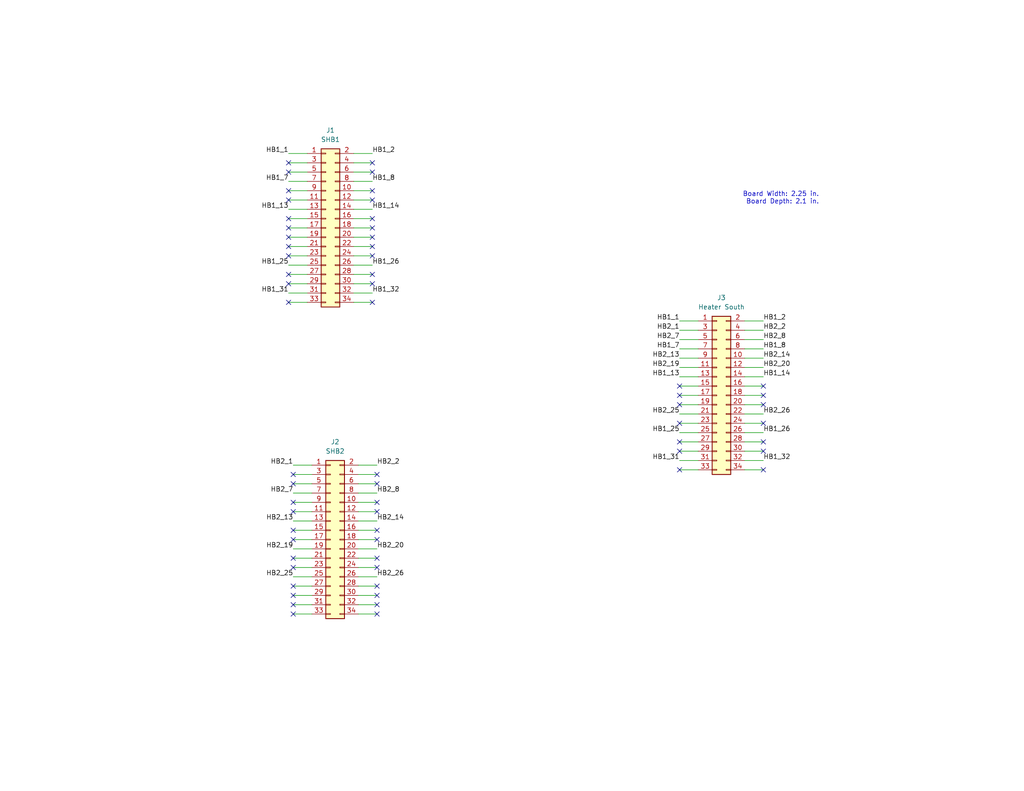
<source format=kicad_sch>
(kicad_sch (version 20230121) (generator eeschema)
  (paper "USLetter")
  (title_block (title "Heater Pass Through North") (rev "A") (company "The Ohio State University"))
  (lib_symbols
    (symbol "Connector_Generic:Conn_02x17_Odd_Even" (pin_names (offset 1.016) hide)
      (property "Reference" "J" (at 1.27 22.86 0))
      (property "Value" "Conn_02x17_Odd_Even" (at 1.27 -22.86 0))
      (symbol "Conn_02x17_Odd_Even_1_1"
        (rectangle (start -1.27 -20.193) (end 0 -20.447) (stroke (width 0.1524)))
        (rectangle (start -1.27 -17.653) (end 0 -17.907) (stroke (width 0.1524)))
        (rectangle (start -1.27 -15.113) (end 0 -15.367) (stroke (width 0.1524)))
        (rectangle (start -1.27 -12.573) (end 0 -12.827) (stroke (width 0.1524)))
        (rectangle (start -1.27 -10.033) (end 0 -10.287) (stroke (width 0.1524)))
        (rectangle (start -1.27 -7.493) (end 0 -7.747) (stroke (width 0.1524)))
        (rectangle (start -1.27 -4.953) (end 0 -5.207) (stroke (width 0.1524)))
        (rectangle (start -1.27 -2.413) (end 0 -2.667) (stroke (width 0.1524)))
        (rectangle (start -1.27 0.127) (end 0 -0.127) (stroke (width 0.1524)))
        (rectangle (start -1.27 2.667) (end 0 2.413) (stroke (width 0.1524)))
        (rectangle (start -1.27 5.207) (end 0 4.953) (stroke (width 0.1524)))
        (rectangle (start -1.27 7.747) (end 0 7.493) (stroke (width 0.1524)))
        (rectangle (start -1.27 10.287) (end 0 10.033) (stroke (width 0.1524)))
        (rectangle (start -1.27 12.827) (end 0 12.573) (stroke (width 0.1524)))
        (rectangle (start -1.27 15.367) (end 0 15.113) (stroke (width 0.1524)))
        (rectangle (start -1.27 17.907) (end 0 17.653) (stroke (width 0.1524)))
        (rectangle (start -1.27 20.447) (end 0 20.193) (stroke (width 0.1524)))
        (rectangle (start -1.27 21.59) (end 3.81 -21.59) (stroke (width 0.254)) (fill (type background)))
        (rectangle (start 3.81 -20.193) (end 2.54 -20.447) (stroke (width 0.1524)))
        (rectangle (start 3.81 -17.653) (end 2.54 -17.907) (stroke (width 0.1524)))
        (rectangle (start 3.81 -15.113) (end 2.54 -15.367) (stroke (width 0.1524)))
        (rectangle (start 3.81 -12.573) (end 2.54 -12.827) (stroke (width 0.1524)))
        (rectangle (start 3.81 -10.033) (end 2.54 -10.287) (stroke (width 0.1524)))
        (rectangle (start 3.81 -7.493) (end 2.54 -7.747) (stroke (width 0.1524)))
        (rectangle (start 3.81 -4.953) (end 2.54 -5.207) (stroke (width 0.1524)))
        (rectangle (start 3.81 -2.413) (end 2.54 -2.667) (stroke (width 0.1524)))
        (rectangle (start 3.81 0.127) (end 2.54 -0.127) (stroke (width 0.1524)))
        (rectangle (start 3.81 2.667) (end 2.54 2.413) (stroke (width 0.1524)))
        (rectangle (start 3.81 5.207) (end 2.54 4.953) (stroke (width 0.1524)))
        (rectangle (start 3.81 7.747) (end 2.54 7.493) (stroke (width 0.1524)))
        (rectangle (start 3.81 10.287) (end 2.54 10.033) (stroke (width 0.1524)))
        (rectangle (start 3.81 12.827) (end 2.54 12.573) (stroke (width 0.1524)))
        (rectangle (start 3.81 15.367) (end 2.54 15.113) (stroke (width 0.1524)))
        (rectangle (start 3.81 17.907) (end 2.54 17.653) (stroke (width 0.1524)))
        (rectangle (start 3.81 20.447) (end 2.54 20.193) (stroke (width 0.1524)))
        (pin passive line (at -5.08 20.32 0) (length 3.81) (name "Pin_1") (number "1"))
        (pin passive line (at 7.62 10.16 180) (length 3.81) (name "Pin_10") (number "10"))
        (pin passive line (at -5.08 7.62 0) (length 3.81) (name "Pin_11") (number "11"))
        (pin passive line (at 7.62 7.62 180) (length 3.81) (name "Pin_12") (number "12"))
        (pin passive line (at -5.08 5.08 0) (length 3.81) (name "Pin_13") (number "13"))
        (pin passive line (at 7.62 5.08 180) (length 3.81) (name "Pin_14") (number "14"))
        (pin passive line (at -5.08 2.54 0) (length 3.81) (name "Pin_15") (number "15"))
        (pin passive line (at 7.62 2.54 180) (length 3.81) (name "Pin_16") (number "16"))
        (pin passive line (at -5.08 0 0) (length 3.81) (name "Pin_17") (number "17"))
        (pin passive line (at 7.62 0 180) (length 3.81) (name "Pin_18") (number "18"))
        (pin passive line (at -5.08 -2.54 0) (length 3.81) (name "Pin_19") (number "19"))
        (pin passive line (at 7.62 20.32 180) (length 3.81) (name "Pin_2") (number "2"))
        (pin passive line (at 7.62 -2.54 180) (length 3.81) (name "Pin_20") (number "20"))
        (pin passive line (at -5.08 -5.08 0) (length 3.81) (name "Pin_21") (number "21"))
        (pin passive line (at 7.62 -5.08 180) (length 3.81) (name "Pin_22") (number "22"))
        (pin passive line (at -5.08 -7.62 0) (length 3.81) (name "Pin_23") (number "23"))
        (pin passive line (at 7.62 -7.62 180) (length 3.81) (name "Pin_24") (number "24"))
        (pin passive line (at -5.08 -10.16 0) (length 3.81) (name "Pin_25") (number "25"))
        (pin passive line (at 7.62 -10.16 180) (length 3.81) (name "Pin_26") (number "26"))
        (pin passive line (at -5.08 -12.7 0) (length 3.81) (name "Pin_27") (number "27"))
        (pin passive line (at 7.62 -12.7 180) (length 3.81) (name "Pin_28") (number "28"))
        (pin passive line (at -5.08 -15.24 0) (length 3.81) (name "Pin_29") (number "29"))
        (pin passive line (at -5.08 17.78 0) (length 3.81) (name "Pin_3") (number "3"))
        (pin passive line (at 7.62 -15.24 180) (length 3.81) (name "Pin_30") (number "30"))
        (pin passive line (at -5.08 -17.78 0) (length 3.81) (name "Pin_31") (number "31"))
        (pin passive line (at 7.62 -17.78 180) (length 3.81) (name "Pin_32") (number "32"))
        (pin passive line (at -5.08 -20.32 0) (length 3.81) (name "Pin_33") (number "33"))
        (pin passive line (at 7.62 -20.32 180) (length 3.81) (name "Pin_34") (number "34"))
        (pin passive line (at 7.62 17.78 180) (length 3.81) (name "Pin_4") (number "4"))
        (pin passive line (at -5.08 15.24 0) (length 3.81) (name "Pin_5") (number "5"))
        (pin passive line (at 7.62 15.24 180) (length 3.81) (name "Pin_6") (number "6"))
        (pin passive line (at -5.08 12.7 0) (length 3.81) (name "Pin_7") (number "7"))
        (pin passive line (at 7.62 12.7 180) (length 3.81) (name "Pin_8") (number "8"))
        (pin passive line (at -5.08 10.16 0) (length 3.81) (name "Pin_9") (number "9"))
      )
    )
  )
  (no_connect (at 101.6 77.47))
  (no_connect (at 78.74 69.85))
  (no_connect (at 78.74 52.07))
  (no_connect (at 101.6 44.45))
  (no_connect (at 101.6 46.99))
  (no_connect (at 78.74 44.45))
  (no_connect (at 78.74 46.99))
  (no_connect (at 101.6 52.07))
  (no_connect (at 101.6 54.61))
  (no_connect (at 78.74 54.61))
  (no_connect (at 101.6 64.77))
  (no_connect (at 185.42 105.41))
  (no_connect (at 80.01 132.08))
  (no_connect (at 102.87 129.54))
  (no_connect (at 102.87 132.08))
  (no_connect (at 80.01 137.16))
  (no_connect (at 80.01 139.7))
  (no_connect (at 102.87 147.32))
  (no_connect (at 102.87 139.7))
  (no_connect (at 102.87 144.78))
  (no_connect (at 80.01 144.78))
  (no_connect (at 80.01 147.32))
  (no_connect (at 80.01 129.54))
  (no_connect (at 102.87 137.16))
  (no_connect (at 80.01 160.02))
  (no_connect (at 80.01 162.56))
  (no_connect (at 80.01 152.4))
  (no_connect (at 80.01 154.94))
  (no_connect (at 78.74 64.77))
  (no_connect (at 78.74 77.47))
  (no_connect (at 185.42 115.57))
  (no_connect (at 78.74 67.31))
  (no_connect (at 208.28 107.95))
  (no_connect (at 101.6 74.93))
  (no_connect (at 78.74 82.55))
  (no_connect (at 208.28 120.65))
  (no_connect (at 185.42 123.19))
  (no_connect (at 78.74 62.23))
  (no_connect (at 101.6 82.55))
  (no_connect (at 185.42 107.95))
  (no_connect (at 208.28 110.49))
  (no_connect (at 208.28 123.19))
  (no_connect (at 101.6 62.23))
  (no_connect (at 185.42 110.49))
  (no_connect (at 101.6 59.69))
  (no_connect (at 102.87 167.64))
  (no_connect (at 102.87 165.1))
  (no_connect (at 102.87 154.94))
  (no_connect (at 102.87 152.4))
  (no_connect (at 102.87 162.56))
  (no_connect (at 102.87 160.02))
  (no_connect (at 80.01 165.1))
  (no_connect (at 80.01 167.64))
  (no_connect (at 208.28 128.27))
  (no_connect (at 208.28 105.41))
  (no_connect (at 101.6 67.31))
  (no_connect (at 185.42 120.65))
  (no_connect (at 78.74 59.69))
  (no_connect (at 101.6 69.85))
  (no_connect (at 78.74 74.93))
  (no_connect (at 185.42 128.27))
  (no_connect (at 208.28 115.57))
  (wire (pts (xy 80.01 152.4) (xy 85.09 152.4)))
  (wire (pts (xy 185.42 125.73) (xy 190.5 125.73)))
  (wire (pts (xy 203.2 87.63) (xy 208.28 87.63)))
  (wire (pts (xy 80.01 142.24) (xy 85.09 142.24)))
  (wire (pts (xy 80.01 139.7) (xy 85.09 139.7)))
  (wire (pts (xy 185.42 90.17) (xy 190.5 90.17)))
  (wire (pts (xy 80.01 134.62) (xy 85.09 134.62)))
  (wire (pts (xy 80.01 157.48) (xy 85.09 157.48)))
  (wire (pts (xy 97.79 154.94) (xy 102.87 154.94)))
  (wire (pts (xy 96.52 69.85) (xy 101.6 69.85)))
  (wire (pts (xy 97.79 132.08) (xy 102.87 132.08)))
  (wire (pts (xy 185.42 95.25) (xy 190.5 95.25)))
  (wire (pts (xy 78.74 46.99) (xy 83.82 46.99)))
  (wire (pts (xy 80.01 137.16) (xy 85.09 137.16)))
  (wire (pts (xy 80.01 129.54) (xy 85.09 129.54)))
  (wire (pts (xy 78.74 74.93) (xy 83.82 74.93)))
  (wire (pts (xy 78.74 67.31) (xy 83.82 67.31)))
  (wire (pts (xy 185.42 118.11) (xy 190.5 118.11)))
  (wire (pts (xy 78.74 59.69) (xy 83.82 59.69)))
  (wire (pts (xy 203.2 105.41) (xy 208.28 105.41)))
  (wire (pts (xy 185.42 107.95) (xy 190.5 107.95)))
  (wire (pts (xy 80.01 154.94) (xy 85.09 154.94)))
  (wire (pts (xy 80.01 127) (xy 85.09 127)))
  (wire (pts (xy 185.42 105.41) (xy 190.5 105.41)))
  (wire (pts (xy 203.2 123.19) (xy 208.28 123.19)))
  (wire (pts (xy 97.79 134.62) (xy 102.87 134.62)))
  (wire (pts (xy 96.52 54.61) (xy 101.6 54.61)))
  (wire (pts (xy 203.2 102.87) (xy 208.28 102.87)))
  (wire (pts (xy 185.42 115.57) (xy 190.5 115.57)))
  (wire (pts (xy 203.2 115.57) (xy 208.28 115.57)))
  (wire (pts (xy 96.52 72.39) (xy 101.6 72.39)))
  (wire (pts (xy 203.2 97.79) (xy 208.28 97.79)))
  (wire (pts (xy 203.2 113.03) (xy 208.28 113.03)))
  (wire (pts (xy 78.74 82.55) (xy 83.82 82.55)))
  (wire (pts (xy 96.52 49.53) (xy 101.6 49.53)))
  (wire (pts (xy 96.52 44.45) (xy 101.6 44.45)))
  (wire (pts (xy 185.42 102.87) (xy 190.5 102.87)))
  (wire (pts (xy 78.74 77.47) (xy 83.82 77.47)))
  (wire (pts (xy 203.2 90.17) (xy 208.28 90.17)))
  (wire (pts (xy 78.74 62.23) (xy 83.82 62.23)))
  (wire (pts (xy 185.42 100.33) (xy 190.5 100.33)))
  (wire (pts (xy 80.01 160.02) (xy 85.09 160.02)))
  (wire (pts (xy 96.52 62.23) (xy 101.6 62.23)))
  (wire (pts (xy 185.42 113.03) (xy 190.5 113.03)))
  (wire (pts (xy 80.01 162.56) (xy 85.09 162.56)))
  (wire (pts (xy 97.79 165.1) (xy 102.87 165.1)))
  (wire (pts (xy 96.52 74.93) (xy 101.6 74.93)))
  (wire (pts (xy 96.52 77.47) (xy 101.6 77.47)))
  (wire (pts (xy 78.74 57.15) (xy 83.82 57.15)))
  (wire (pts (xy 97.79 144.78) (xy 102.87 144.78)))
  (wire (pts (xy 78.74 49.53) (xy 83.82 49.53)))
  (wire (pts (xy 96.52 80.01) (xy 101.6 80.01)))
  (wire (pts (xy 78.74 52.07) (xy 83.82 52.07)))
  (wire (pts (xy 203.2 110.49) (xy 208.28 110.49)))
  (wire (pts (xy 97.79 137.16) (xy 102.87 137.16)))
  (wire (pts (xy 78.74 54.61) (xy 83.82 54.61)))
  (wire (pts (xy 80.01 149.86) (xy 85.09 149.86)))
  (wire (pts (xy 80.01 165.1) (xy 85.09 165.1)))
  (wire (pts (xy 97.79 139.7) (xy 102.87 139.7)))
  (wire (pts (xy 78.74 44.45) (xy 83.82 44.45)))
  (wire (pts (xy 78.74 72.39) (xy 83.82 72.39)))
  (wire (pts (xy 97.79 160.02) (xy 102.87 160.02)))
  (wire (pts (xy 203.2 92.71) (xy 208.28 92.71)))
  (wire (pts (xy 78.74 80.01) (xy 83.82 80.01)))
  (wire (pts (xy 97.79 142.24) (xy 102.87 142.24)))
  (wire (pts (xy 96.52 41.91) (xy 101.6 41.91)))
  (wire (pts (xy 80.01 132.08) (xy 85.09 132.08)))
  (wire (pts (xy 203.2 120.65) (xy 208.28 120.65)))
  (wire (pts (xy 203.2 95.25) (xy 208.28 95.25)))
  (wire (pts (xy 185.42 97.79) (xy 190.5 97.79)))
  (wire (pts (xy 78.74 64.77) (xy 83.82 64.77)))
  (wire (pts (xy 80.01 167.64) (xy 85.09 167.64)))
  (wire (pts (xy 185.42 120.65) (xy 190.5 120.65)))
  (wire (pts (xy 97.79 152.4) (xy 102.87 152.4)))
  (wire (pts (xy 185.42 123.19) (xy 190.5 123.19)))
  (wire (pts (xy 96.52 46.99) (xy 101.6 46.99)))
  (wire (pts (xy 203.2 118.11) (xy 208.28 118.11)))
  (wire (pts (xy 78.74 41.91) (xy 83.82 41.91)))
  (wire (pts (xy 97.79 149.86) (xy 102.87 149.86)))
  (wire (pts (xy 203.2 107.95) (xy 208.28 107.95)))
  (wire (pts (xy 97.79 147.32) (xy 102.87 147.32)))
  (wire (pts (xy 80.01 144.78) (xy 85.09 144.78)))
  (wire (pts (xy 185.42 92.71) (xy 190.5 92.71)))
  (wire (pts (xy 96.52 82.55) (xy 101.6 82.55)))
  (wire (pts (xy 185.42 110.49) (xy 190.5 110.49)))
  (wire (pts (xy 203.2 128.27) (xy 208.28 128.27)))
  (wire (pts (xy 97.79 157.48) (xy 102.87 157.48)))
  (wire (pts (xy 203.2 125.73) (xy 208.28 125.73)))
  (wire (pts (xy 203.2 100.33) (xy 208.28 100.33)))
  (wire (pts (xy 96.52 67.31) (xy 101.6 67.31)))
  (wire (pts (xy 96.52 57.15) (xy 101.6 57.15)))
  (wire (pts (xy 97.79 127) (xy 102.87 127)))
  (wire (pts (xy 96.52 64.77) (xy 101.6 64.77)))
  (wire (pts (xy 185.42 128.27) (xy 190.5 128.27)))
  (wire (pts (xy 80.01 147.32) (xy 85.09 147.32)))
  (wire (pts (xy 185.42 87.63) (xy 190.5 87.63)))
  (wire (pts (xy 97.79 167.64) (xy 102.87 167.64)))
  (wire (pts (xy 96.52 52.07) (xy 101.6 52.07)))
  (wire (pts (xy 78.74 69.85) (xy 83.82 69.85)))
  (wire (pts (xy 96.52 59.69) (xy 101.6 59.69)))
  (wire (pts (xy 97.79 162.56) (xy 102.87 162.56)))
  (wire (pts (xy 97.79 129.54) (xy 102.87 129.54)))
  (text "Board Width: 2.25 in.\nBoard Depth: 2.1 in." (at 223.52 55.88 0) (effects (font (size 1.27 1.27)) (justify right bottom)))
  (label "HB2_14" (at 102.87 142.24 0))
  (label "HB2_1" (at 80.01 127 180))
  (label "HB2_13" (at 80.01 142.24 180))
  (label "HB1_13" (at 185.42 102.87 180))
  (label "HB1_25" (at 78.74 72.39 180))
  (label "HB1_32" (at 208.28 125.73 0))
  (label "HB1_25" (at 185.42 118.11 180))
  (label "HB1_13" (at 78.74 57.15 180))
  (label "HB2_25" (at 80.01 157.48 180))
  (label "HB2_7" (at 80.01 134.62 180))
  (label "HB1_31" (at 185.42 125.73 180))
  (label "HB2_1" (at 185.42 90.17 180))
  (label "HB1_1" (at 78.74 41.91 180))
  (label "HB1_26" (at 208.28 118.11 0))
  (label "HB1_14" (at 101.6 57.15 0))
  (label "HB1_1" (at 185.42 87.63 180))
  (label "HB1_32" (at 101.6 80.01 0))
  (label "HB2_25" (at 185.42 113.03 180))
  (label "HB2_26" (at 208.28 113.03 0))
  (label "HB2_7" (at 185.42 92.71 180))
  (label "HB2_13" (at 185.42 97.79 180))
  (label "HB1_7" (at 78.74 49.53 180))
  (label "HB2_20" (at 208.28 100.33 0))
  (label "HB1_2" (at 208.28 87.63 0))
  (label "HB1_31" (at 78.74 80.01 180))
  (label "HB1_26" (at 101.6 72.39 0))
  (label "HB2_26" (at 102.87 157.48 0))
  (label "HB2_2" (at 102.87 127 0))
  (label "HB2_19" (at 185.42 100.33 180))
  (label "HB1_2" (at 101.6 41.91 0))
  (label "HB1_14" (at 208.28 102.87 0))
  (label "HB1_7" (at 185.42 95.25 180))
  (label "HB2_2" (at 208.28 90.17 0))
  (label "HB2_20" (at 102.87 149.86 0))
  (label "HB1_8" (at 208.28 95.25 0))
  (label "HB2_19" (at 80.01 149.86 180))
  (label "HB2_8" (at 102.87 134.62 0))
  (label "HB2_14" (at 208.28 97.79 0))
  (label "HB1_8" (at 101.6 49.53 0))
  (label "HB2_8" (at 208.28 92.71 0))
  (symbol (lib_id "Connector_Generic:Conn_02x17_Odd_Even") (at 195.58 107.95 0) (unit 1)
    (property "Reference" "J3" (at 196.85 81.28 0))
    (property "Value" "Heater South" (at 196.85 83.82 0))
    (property "Footprint" "HELIX:HELIX_DCT_ICDconnector34pin_corrected" (effects hide))
  )
  (symbol (lib_id "Connector_Generic:Conn_02x17_Odd_Even") (at 88.9 62.23 0) (unit 1)
    (property "Reference" "J1" (at 90.17 35.56 0))
    (property "Value" "SHB1" (at 90.17 38.1 0))
    (property "Footprint" "HELIX:HELIX_DCT_ICDconnector34pin_corrected" (effects hide))
  )
  (symbol (lib_id "Connector_Generic:Conn_02x17_Odd_Even") (at 90.17 147.32 0) (unit 1)
    (property "Reference" "J2" (at 91.44 120.65 0))
    (property "Value" "SHB2" (at 91.44 123.19 0))
    (property "Footprint" "HELIX:HELIX_DCT_ICDconnector34pin_corrected" (effects hide))
  )
)
</source>
